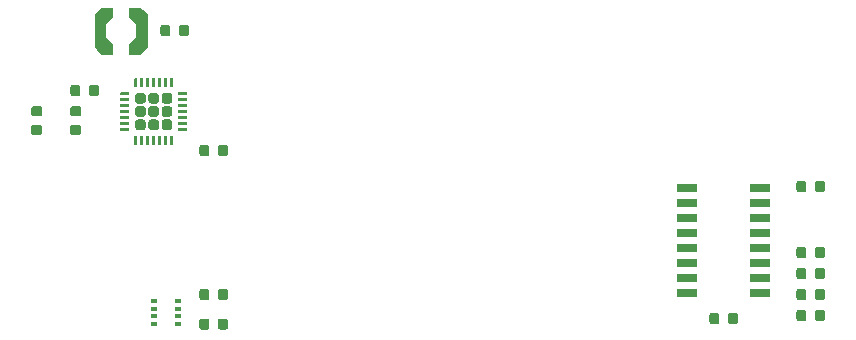
<source format=gtp>
%TF.GenerationSoftware,KiCad,Pcbnew,5.1.6-1.fc32*%
%TF.CreationDate,2020-09-04T20:16:30+02:00*%
%TF.ProjectId,mini-beieli-pcb-cubecell,6d696e69-2d62-4656-9965-6c692d706362,rev?*%
%TF.SameCoordinates,Original*%
%TF.FileFunction,Paste,Top*%
%TF.FilePolarity,Positive*%
%FSLAX46Y46*%
G04 Gerber Fmt 4.6, Leading zero omitted, Abs format (unit mm)*
G04 Created by KiCad (PCBNEW 5.1.6-1.fc32) date 2020-09-04 20:16:30*
%MOMM*%
%LPD*%
G01*
G04 APERTURE LIST*
%ADD10C,0.000100*%
%ADD11R,0.500000X0.350000*%
%ADD12R,1.800000X0.640000*%
G04 APERTURE END LIST*
D10*
%TO.C,L1*%
G36*
X79842000Y-40765000D02*
G01*
X80392000Y-41315000D01*
X81292000Y-41315000D01*
X81292000Y-40525000D01*
X80712000Y-39945000D01*
X80712000Y-38780000D01*
X81292000Y-38200000D01*
X81292000Y-37425000D01*
X80392000Y-37425000D01*
X79842000Y-37975000D01*
X79842000Y-40765000D01*
G37*
X79842000Y-40765000D02*
X80392000Y-41315000D01*
X81292000Y-41315000D01*
X81292000Y-40525000D01*
X80712000Y-39945000D01*
X80712000Y-38780000D01*
X81292000Y-38200000D01*
X81292000Y-37425000D01*
X80392000Y-37425000D01*
X79842000Y-37975000D01*
X79842000Y-40765000D01*
G36*
X84242000Y-40765000D02*
G01*
X83692000Y-41315000D01*
X82792000Y-41315000D01*
X82792000Y-40525000D01*
X83372000Y-39945000D01*
X83372000Y-38780000D01*
X82792000Y-38200000D01*
X82792000Y-37425000D01*
X83692000Y-37425000D01*
X84242000Y-37975000D01*
X84242000Y-40765000D01*
G37*
X84242000Y-40765000D02*
X83692000Y-41315000D01*
X82792000Y-41315000D01*
X82792000Y-40525000D01*
X83372000Y-39945000D01*
X83372000Y-38780000D01*
X82792000Y-38200000D01*
X82792000Y-37425000D01*
X83692000Y-37425000D01*
X84242000Y-37975000D01*
X84242000Y-40765000D01*
%TD*%
D11*
%TO.C,U1*%
X86877000Y-62271000D03*
X86877000Y-62921000D03*
X86877000Y-63571000D03*
X86877000Y-64221000D03*
X84827000Y-64221000D03*
X84827000Y-63571000D03*
X84827000Y-62921000D03*
X84827000Y-62271000D03*
%TD*%
%TO.C,R1*%
G36*
G01*
X90266000Y-64488250D02*
X90266000Y-63975750D01*
G75*
G02*
X90484750Y-63757000I218750J0D01*
G01*
X90922250Y-63757000D01*
G75*
G02*
X91141000Y-63975750I0J-218750D01*
G01*
X91141000Y-64488250D01*
G75*
G02*
X90922250Y-64707000I-218750J0D01*
G01*
X90484750Y-64707000D01*
G75*
G02*
X90266000Y-64488250I0J218750D01*
G01*
G37*
G36*
G01*
X88691000Y-64488250D02*
X88691000Y-63975750D01*
G75*
G02*
X88909750Y-63757000I218750J0D01*
G01*
X89347250Y-63757000D01*
G75*
G02*
X89566000Y-63975750I0J-218750D01*
G01*
X89566000Y-64488250D01*
G75*
G02*
X89347250Y-64707000I-218750J0D01*
G01*
X88909750Y-64707000D01*
G75*
G02*
X88691000Y-64488250I0J218750D01*
G01*
G37*
%TD*%
%TO.C,C1*%
G36*
G01*
X90266000Y-61978250D02*
X90266000Y-61465750D01*
G75*
G02*
X90484750Y-61247000I218750J0D01*
G01*
X90922250Y-61247000D01*
G75*
G02*
X91141000Y-61465750I0J-218750D01*
G01*
X91141000Y-61978250D01*
G75*
G02*
X90922250Y-62197000I-218750J0D01*
G01*
X90484750Y-62197000D01*
G75*
G02*
X90266000Y-61978250I0J218750D01*
G01*
G37*
G36*
G01*
X88691000Y-61978250D02*
X88691000Y-61465750D01*
G75*
G02*
X88909750Y-61247000I218750J0D01*
G01*
X89347250Y-61247000D01*
G75*
G02*
X89566000Y-61465750I0J-218750D01*
G01*
X89566000Y-61978250D01*
G75*
G02*
X89347250Y-62197000I-218750J0D01*
G01*
X88909750Y-62197000D01*
G75*
G02*
X88691000Y-61978250I0J218750D01*
G01*
G37*
%TD*%
%TO.C,L2*%
G36*
G01*
X78488250Y-46640000D02*
X77975750Y-46640000D01*
G75*
G02*
X77757000Y-46421250I0J218750D01*
G01*
X77757000Y-45983750D01*
G75*
G02*
X77975750Y-45765000I218750J0D01*
G01*
X78488250Y-45765000D01*
G75*
G02*
X78707000Y-45983750I0J-218750D01*
G01*
X78707000Y-46421250D01*
G75*
G02*
X78488250Y-46640000I-218750J0D01*
G01*
G37*
G36*
G01*
X78488250Y-48215000D02*
X77975750Y-48215000D01*
G75*
G02*
X77757000Y-47996250I0J218750D01*
G01*
X77757000Y-47558750D01*
G75*
G02*
X77975750Y-47340000I218750J0D01*
G01*
X78488250Y-47340000D01*
G75*
G02*
X78707000Y-47558750I0J-218750D01*
G01*
X78707000Y-47996250D01*
G75*
G02*
X78488250Y-48215000I-218750J0D01*
G01*
G37*
%TD*%
D12*
%TO.C,U2*%
X136201000Y-61595000D03*
X136201000Y-60325000D03*
X136201000Y-59055000D03*
X136201000Y-57785000D03*
X136201000Y-56515000D03*
X136201000Y-55245000D03*
X136201000Y-53975000D03*
X136201000Y-52705000D03*
X129991000Y-52705000D03*
X129991000Y-53975000D03*
X129991000Y-55245000D03*
X129991000Y-56515000D03*
X129991000Y-57785000D03*
X129991000Y-59055000D03*
X129991000Y-60325000D03*
X129991000Y-61595000D03*
%TD*%
%TO.C,R3*%
G36*
G01*
X140812000Y-58422250D02*
X140812000Y-57909750D01*
G75*
G02*
X141030750Y-57691000I218750J0D01*
G01*
X141468250Y-57691000D01*
G75*
G02*
X141687000Y-57909750I0J-218750D01*
G01*
X141687000Y-58422250D01*
G75*
G02*
X141468250Y-58641000I-218750J0D01*
G01*
X141030750Y-58641000D01*
G75*
G02*
X140812000Y-58422250I0J218750D01*
G01*
G37*
G36*
G01*
X139237000Y-58422250D02*
X139237000Y-57909750D01*
G75*
G02*
X139455750Y-57691000I218750J0D01*
G01*
X139893250Y-57691000D01*
G75*
G02*
X140112000Y-57909750I0J-218750D01*
G01*
X140112000Y-58422250D01*
G75*
G02*
X139893250Y-58641000I-218750J0D01*
G01*
X139455750Y-58641000D01*
G75*
G02*
X139237000Y-58422250I0J218750D01*
G01*
G37*
%TD*%
%TO.C,R2*%
G36*
G01*
X140812000Y-61978250D02*
X140812000Y-61465750D01*
G75*
G02*
X141030750Y-61247000I218750J0D01*
G01*
X141468250Y-61247000D01*
G75*
G02*
X141687000Y-61465750I0J-218750D01*
G01*
X141687000Y-61978250D01*
G75*
G02*
X141468250Y-62197000I-218750J0D01*
G01*
X141030750Y-62197000D01*
G75*
G02*
X140812000Y-61978250I0J218750D01*
G01*
G37*
G36*
G01*
X139237000Y-61978250D02*
X139237000Y-61465750D01*
G75*
G02*
X139455750Y-61247000I218750J0D01*
G01*
X139893250Y-61247000D01*
G75*
G02*
X140112000Y-61465750I0J-218750D01*
G01*
X140112000Y-61978250D01*
G75*
G02*
X139893250Y-62197000I-218750J0D01*
G01*
X139455750Y-62197000D01*
G75*
G02*
X139237000Y-61978250I0J218750D01*
G01*
G37*
%TD*%
%TO.C,IC1*%
G36*
G01*
X85506000Y-47573000D02*
X85506000Y-47123000D01*
G75*
G02*
X85731000Y-46898000I225000J0D01*
G01*
X86181000Y-46898000D01*
G75*
G02*
X86406000Y-47123000I0J-225000D01*
G01*
X86406000Y-47573000D01*
G75*
G02*
X86181000Y-47798000I-225000J0D01*
G01*
X85731000Y-47798000D01*
G75*
G02*
X85506000Y-47573000I0J225000D01*
G01*
G37*
G36*
G01*
X85506000Y-46453000D02*
X85506000Y-46003000D01*
G75*
G02*
X85731000Y-45778000I225000J0D01*
G01*
X86181000Y-45778000D01*
G75*
G02*
X86406000Y-46003000I0J-225000D01*
G01*
X86406000Y-46453000D01*
G75*
G02*
X86181000Y-46678000I-225000J0D01*
G01*
X85731000Y-46678000D01*
G75*
G02*
X85506000Y-46453000I0J225000D01*
G01*
G37*
G36*
G01*
X85506000Y-45333000D02*
X85506000Y-44883000D01*
G75*
G02*
X85731000Y-44658000I225000J0D01*
G01*
X86181000Y-44658000D01*
G75*
G02*
X86406000Y-44883000I0J-225000D01*
G01*
X86406000Y-45333000D01*
G75*
G02*
X86181000Y-45558000I-225000J0D01*
G01*
X85731000Y-45558000D01*
G75*
G02*
X85506000Y-45333000I0J225000D01*
G01*
G37*
G36*
G01*
X84386000Y-47573000D02*
X84386000Y-47123000D01*
G75*
G02*
X84611000Y-46898000I225000J0D01*
G01*
X85061000Y-46898000D01*
G75*
G02*
X85286000Y-47123000I0J-225000D01*
G01*
X85286000Y-47573000D01*
G75*
G02*
X85061000Y-47798000I-225000J0D01*
G01*
X84611000Y-47798000D01*
G75*
G02*
X84386000Y-47573000I0J225000D01*
G01*
G37*
G36*
G01*
X84386000Y-46453000D02*
X84386000Y-46003000D01*
G75*
G02*
X84611000Y-45778000I225000J0D01*
G01*
X85061000Y-45778000D01*
G75*
G02*
X85286000Y-46003000I0J-225000D01*
G01*
X85286000Y-46453000D01*
G75*
G02*
X85061000Y-46678000I-225000J0D01*
G01*
X84611000Y-46678000D01*
G75*
G02*
X84386000Y-46453000I0J225000D01*
G01*
G37*
G36*
G01*
X84386000Y-45333000D02*
X84386000Y-44883000D01*
G75*
G02*
X84611000Y-44658000I225000J0D01*
G01*
X85061000Y-44658000D01*
G75*
G02*
X85286000Y-44883000I0J-225000D01*
G01*
X85286000Y-45333000D01*
G75*
G02*
X85061000Y-45558000I-225000J0D01*
G01*
X84611000Y-45558000D01*
G75*
G02*
X84386000Y-45333000I0J225000D01*
G01*
G37*
G36*
G01*
X83266000Y-47573000D02*
X83266000Y-47123000D01*
G75*
G02*
X83491000Y-46898000I225000J0D01*
G01*
X83941000Y-46898000D01*
G75*
G02*
X84166000Y-47123000I0J-225000D01*
G01*
X84166000Y-47573000D01*
G75*
G02*
X83941000Y-47798000I-225000J0D01*
G01*
X83491000Y-47798000D01*
G75*
G02*
X83266000Y-47573000I0J225000D01*
G01*
G37*
G36*
G01*
X83266000Y-46453000D02*
X83266000Y-46003000D01*
G75*
G02*
X83491000Y-45778000I225000J0D01*
G01*
X83941000Y-45778000D01*
G75*
G02*
X84166000Y-46003000I0J-225000D01*
G01*
X84166000Y-46453000D01*
G75*
G02*
X83941000Y-46678000I-225000J0D01*
G01*
X83491000Y-46678000D01*
G75*
G02*
X83266000Y-46453000I0J225000D01*
G01*
G37*
G36*
G01*
X83266000Y-45333000D02*
X83266000Y-44883000D01*
G75*
G02*
X83491000Y-44658000I225000J0D01*
G01*
X83941000Y-44658000D01*
G75*
G02*
X84166000Y-44883000I0J-225000D01*
G01*
X84166000Y-45333000D01*
G75*
G02*
X83941000Y-45558000I-225000J0D01*
G01*
X83491000Y-45558000D01*
G75*
G02*
X83266000Y-45333000I0J225000D01*
G01*
G37*
G36*
G01*
X83211000Y-44115500D02*
X83211000Y-43440500D01*
G75*
G02*
X83273500Y-43378000I62500J0D01*
G01*
X83398500Y-43378000D01*
G75*
G02*
X83461000Y-43440500I0J-62500D01*
G01*
X83461000Y-44115500D01*
G75*
G02*
X83398500Y-44178000I-62500J0D01*
G01*
X83273500Y-44178000D01*
G75*
G02*
X83211000Y-44115500I0J62500D01*
G01*
G37*
G36*
G01*
X83711000Y-44115500D02*
X83711000Y-43440500D01*
G75*
G02*
X83773500Y-43378000I62500J0D01*
G01*
X83898500Y-43378000D01*
G75*
G02*
X83961000Y-43440500I0J-62500D01*
G01*
X83961000Y-44115500D01*
G75*
G02*
X83898500Y-44178000I-62500J0D01*
G01*
X83773500Y-44178000D01*
G75*
G02*
X83711000Y-44115500I0J62500D01*
G01*
G37*
G36*
G01*
X84211000Y-44115500D02*
X84211000Y-43440500D01*
G75*
G02*
X84273500Y-43378000I62500J0D01*
G01*
X84398500Y-43378000D01*
G75*
G02*
X84461000Y-43440500I0J-62500D01*
G01*
X84461000Y-44115500D01*
G75*
G02*
X84398500Y-44178000I-62500J0D01*
G01*
X84273500Y-44178000D01*
G75*
G02*
X84211000Y-44115500I0J62500D01*
G01*
G37*
G36*
G01*
X84711000Y-44115500D02*
X84711000Y-43440500D01*
G75*
G02*
X84773500Y-43378000I62500J0D01*
G01*
X84898500Y-43378000D01*
G75*
G02*
X84961000Y-43440500I0J-62500D01*
G01*
X84961000Y-44115500D01*
G75*
G02*
X84898500Y-44178000I-62500J0D01*
G01*
X84773500Y-44178000D01*
G75*
G02*
X84711000Y-44115500I0J62500D01*
G01*
G37*
G36*
G01*
X85211000Y-44115500D02*
X85211000Y-43440500D01*
G75*
G02*
X85273500Y-43378000I62500J0D01*
G01*
X85398500Y-43378000D01*
G75*
G02*
X85461000Y-43440500I0J-62500D01*
G01*
X85461000Y-44115500D01*
G75*
G02*
X85398500Y-44178000I-62500J0D01*
G01*
X85273500Y-44178000D01*
G75*
G02*
X85211000Y-44115500I0J62500D01*
G01*
G37*
G36*
G01*
X85711000Y-44115500D02*
X85711000Y-43440500D01*
G75*
G02*
X85773500Y-43378000I62500J0D01*
G01*
X85898500Y-43378000D01*
G75*
G02*
X85961000Y-43440500I0J-62500D01*
G01*
X85961000Y-44115500D01*
G75*
G02*
X85898500Y-44178000I-62500J0D01*
G01*
X85773500Y-44178000D01*
G75*
G02*
X85711000Y-44115500I0J62500D01*
G01*
G37*
G36*
G01*
X86211000Y-44115500D02*
X86211000Y-43440500D01*
G75*
G02*
X86273500Y-43378000I62500J0D01*
G01*
X86398500Y-43378000D01*
G75*
G02*
X86461000Y-43440500I0J-62500D01*
G01*
X86461000Y-44115500D01*
G75*
G02*
X86398500Y-44178000I-62500J0D01*
G01*
X86273500Y-44178000D01*
G75*
G02*
X86211000Y-44115500I0J62500D01*
G01*
G37*
G36*
G01*
X86886000Y-44790500D02*
X86886000Y-44665500D01*
G75*
G02*
X86948500Y-44603000I62500J0D01*
G01*
X87623500Y-44603000D01*
G75*
G02*
X87686000Y-44665500I0J-62500D01*
G01*
X87686000Y-44790500D01*
G75*
G02*
X87623500Y-44853000I-62500J0D01*
G01*
X86948500Y-44853000D01*
G75*
G02*
X86886000Y-44790500I0J62500D01*
G01*
G37*
G36*
G01*
X86886000Y-45290500D02*
X86886000Y-45165500D01*
G75*
G02*
X86948500Y-45103000I62500J0D01*
G01*
X87623500Y-45103000D01*
G75*
G02*
X87686000Y-45165500I0J-62500D01*
G01*
X87686000Y-45290500D01*
G75*
G02*
X87623500Y-45353000I-62500J0D01*
G01*
X86948500Y-45353000D01*
G75*
G02*
X86886000Y-45290500I0J62500D01*
G01*
G37*
G36*
G01*
X86886000Y-45790500D02*
X86886000Y-45665500D01*
G75*
G02*
X86948500Y-45603000I62500J0D01*
G01*
X87623500Y-45603000D01*
G75*
G02*
X87686000Y-45665500I0J-62500D01*
G01*
X87686000Y-45790500D01*
G75*
G02*
X87623500Y-45853000I-62500J0D01*
G01*
X86948500Y-45853000D01*
G75*
G02*
X86886000Y-45790500I0J62500D01*
G01*
G37*
G36*
G01*
X86886000Y-46290500D02*
X86886000Y-46165500D01*
G75*
G02*
X86948500Y-46103000I62500J0D01*
G01*
X87623500Y-46103000D01*
G75*
G02*
X87686000Y-46165500I0J-62500D01*
G01*
X87686000Y-46290500D01*
G75*
G02*
X87623500Y-46353000I-62500J0D01*
G01*
X86948500Y-46353000D01*
G75*
G02*
X86886000Y-46290500I0J62500D01*
G01*
G37*
G36*
G01*
X86886000Y-46790500D02*
X86886000Y-46665500D01*
G75*
G02*
X86948500Y-46603000I62500J0D01*
G01*
X87623500Y-46603000D01*
G75*
G02*
X87686000Y-46665500I0J-62500D01*
G01*
X87686000Y-46790500D01*
G75*
G02*
X87623500Y-46853000I-62500J0D01*
G01*
X86948500Y-46853000D01*
G75*
G02*
X86886000Y-46790500I0J62500D01*
G01*
G37*
G36*
G01*
X86886000Y-47290500D02*
X86886000Y-47165500D01*
G75*
G02*
X86948500Y-47103000I62500J0D01*
G01*
X87623500Y-47103000D01*
G75*
G02*
X87686000Y-47165500I0J-62500D01*
G01*
X87686000Y-47290500D01*
G75*
G02*
X87623500Y-47353000I-62500J0D01*
G01*
X86948500Y-47353000D01*
G75*
G02*
X86886000Y-47290500I0J62500D01*
G01*
G37*
G36*
G01*
X86886000Y-47790500D02*
X86886000Y-47665500D01*
G75*
G02*
X86948500Y-47603000I62500J0D01*
G01*
X87623500Y-47603000D01*
G75*
G02*
X87686000Y-47665500I0J-62500D01*
G01*
X87686000Y-47790500D01*
G75*
G02*
X87623500Y-47853000I-62500J0D01*
G01*
X86948500Y-47853000D01*
G75*
G02*
X86886000Y-47790500I0J62500D01*
G01*
G37*
G36*
G01*
X86211000Y-49015500D02*
X86211000Y-48340500D01*
G75*
G02*
X86273500Y-48278000I62500J0D01*
G01*
X86398500Y-48278000D01*
G75*
G02*
X86461000Y-48340500I0J-62500D01*
G01*
X86461000Y-49015500D01*
G75*
G02*
X86398500Y-49078000I-62500J0D01*
G01*
X86273500Y-49078000D01*
G75*
G02*
X86211000Y-49015500I0J62500D01*
G01*
G37*
G36*
G01*
X85711000Y-49015500D02*
X85711000Y-48340500D01*
G75*
G02*
X85773500Y-48278000I62500J0D01*
G01*
X85898500Y-48278000D01*
G75*
G02*
X85961000Y-48340500I0J-62500D01*
G01*
X85961000Y-49015500D01*
G75*
G02*
X85898500Y-49078000I-62500J0D01*
G01*
X85773500Y-49078000D01*
G75*
G02*
X85711000Y-49015500I0J62500D01*
G01*
G37*
G36*
G01*
X85211000Y-49015500D02*
X85211000Y-48340500D01*
G75*
G02*
X85273500Y-48278000I62500J0D01*
G01*
X85398500Y-48278000D01*
G75*
G02*
X85461000Y-48340500I0J-62500D01*
G01*
X85461000Y-49015500D01*
G75*
G02*
X85398500Y-49078000I-62500J0D01*
G01*
X85273500Y-49078000D01*
G75*
G02*
X85211000Y-49015500I0J62500D01*
G01*
G37*
G36*
G01*
X84711000Y-49015500D02*
X84711000Y-48340500D01*
G75*
G02*
X84773500Y-48278000I62500J0D01*
G01*
X84898500Y-48278000D01*
G75*
G02*
X84961000Y-48340500I0J-62500D01*
G01*
X84961000Y-49015500D01*
G75*
G02*
X84898500Y-49078000I-62500J0D01*
G01*
X84773500Y-49078000D01*
G75*
G02*
X84711000Y-49015500I0J62500D01*
G01*
G37*
G36*
G01*
X84211000Y-49015500D02*
X84211000Y-48340500D01*
G75*
G02*
X84273500Y-48278000I62500J0D01*
G01*
X84398500Y-48278000D01*
G75*
G02*
X84461000Y-48340500I0J-62500D01*
G01*
X84461000Y-49015500D01*
G75*
G02*
X84398500Y-49078000I-62500J0D01*
G01*
X84273500Y-49078000D01*
G75*
G02*
X84211000Y-49015500I0J62500D01*
G01*
G37*
G36*
G01*
X83711000Y-49015500D02*
X83711000Y-48340500D01*
G75*
G02*
X83773500Y-48278000I62500J0D01*
G01*
X83898500Y-48278000D01*
G75*
G02*
X83961000Y-48340500I0J-62500D01*
G01*
X83961000Y-49015500D01*
G75*
G02*
X83898500Y-49078000I-62500J0D01*
G01*
X83773500Y-49078000D01*
G75*
G02*
X83711000Y-49015500I0J62500D01*
G01*
G37*
G36*
G01*
X83211000Y-49015500D02*
X83211000Y-48340500D01*
G75*
G02*
X83273500Y-48278000I62500J0D01*
G01*
X83398500Y-48278000D01*
G75*
G02*
X83461000Y-48340500I0J-62500D01*
G01*
X83461000Y-49015500D01*
G75*
G02*
X83398500Y-49078000I-62500J0D01*
G01*
X83273500Y-49078000D01*
G75*
G02*
X83211000Y-49015500I0J62500D01*
G01*
G37*
G36*
G01*
X81986000Y-47790500D02*
X81986000Y-47665500D01*
G75*
G02*
X82048500Y-47603000I62500J0D01*
G01*
X82723500Y-47603000D01*
G75*
G02*
X82786000Y-47665500I0J-62500D01*
G01*
X82786000Y-47790500D01*
G75*
G02*
X82723500Y-47853000I-62500J0D01*
G01*
X82048500Y-47853000D01*
G75*
G02*
X81986000Y-47790500I0J62500D01*
G01*
G37*
G36*
G01*
X81986000Y-47290500D02*
X81986000Y-47165500D01*
G75*
G02*
X82048500Y-47103000I62500J0D01*
G01*
X82723500Y-47103000D01*
G75*
G02*
X82786000Y-47165500I0J-62500D01*
G01*
X82786000Y-47290500D01*
G75*
G02*
X82723500Y-47353000I-62500J0D01*
G01*
X82048500Y-47353000D01*
G75*
G02*
X81986000Y-47290500I0J62500D01*
G01*
G37*
G36*
G01*
X81986000Y-46790500D02*
X81986000Y-46665500D01*
G75*
G02*
X82048500Y-46603000I62500J0D01*
G01*
X82723500Y-46603000D01*
G75*
G02*
X82786000Y-46665500I0J-62500D01*
G01*
X82786000Y-46790500D01*
G75*
G02*
X82723500Y-46853000I-62500J0D01*
G01*
X82048500Y-46853000D01*
G75*
G02*
X81986000Y-46790500I0J62500D01*
G01*
G37*
G36*
G01*
X81986000Y-46290500D02*
X81986000Y-46165500D01*
G75*
G02*
X82048500Y-46103000I62500J0D01*
G01*
X82723500Y-46103000D01*
G75*
G02*
X82786000Y-46165500I0J-62500D01*
G01*
X82786000Y-46290500D01*
G75*
G02*
X82723500Y-46353000I-62500J0D01*
G01*
X82048500Y-46353000D01*
G75*
G02*
X81986000Y-46290500I0J62500D01*
G01*
G37*
G36*
G01*
X81986000Y-45790500D02*
X81986000Y-45665500D01*
G75*
G02*
X82048500Y-45603000I62500J0D01*
G01*
X82723500Y-45603000D01*
G75*
G02*
X82786000Y-45665500I0J-62500D01*
G01*
X82786000Y-45790500D01*
G75*
G02*
X82723500Y-45853000I-62500J0D01*
G01*
X82048500Y-45853000D01*
G75*
G02*
X81986000Y-45790500I0J62500D01*
G01*
G37*
G36*
G01*
X81986000Y-45290500D02*
X81986000Y-45165500D01*
G75*
G02*
X82048500Y-45103000I62500J0D01*
G01*
X82723500Y-45103000D01*
G75*
G02*
X82786000Y-45165500I0J-62500D01*
G01*
X82786000Y-45290500D01*
G75*
G02*
X82723500Y-45353000I-62500J0D01*
G01*
X82048500Y-45353000D01*
G75*
G02*
X81986000Y-45290500I0J62500D01*
G01*
G37*
G36*
G01*
X81986000Y-44790500D02*
X81986000Y-44665500D01*
G75*
G02*
X82048500Y-44603000I62500J0D01*
G01*
X82723500Y-44603000D01*
G75*
G02*
X82786000Y-44665500I0J-62500D01*
G01*
X82786000Y-44790500D01*
G75*
G02*
X82723500Y-44853000I-62500J0D01*
G01*
X82048500Y-44853000D01*
G75*
G02*
X81986000Y-44790500I0J62500D01*
G01*
G37*
%TD*%
%TO.C,C13*%
G36*
G01*
X140812000Y-52834250D02*
X140812000Y-52321750D01*
G75*
G02*
X141030750Y-52103000I218750J0D01*
G01*
X141468250Y-52103000D01*
G75*
G02*
X141687000Y-52321750I0J-218750D01*
G01*
X141687000Y-52834250D01*
G75*
G02*
X141468250Y-53053000I-218750J0D01*
G01*
X141030750Y-53053000D01*
G75*
G02*
X140812000Y-52834250I0J218750D01*
G01*
G37*
G36*
G01*
X139237000Y-52834250D02*
X139237000Y-52321750D01*
G75*
G02*
X139455750Y-52103000I218750J0D01*
G01*
X139893250Y-52103000D01*
G75*
G02*
X140112000Y-52321750I0J-218750D01*
G01*
X140112000Y-52834250D01*
G75*
G02*
X139893250Y-53053000I-218750J0D01*
G01*
X139455750Y-53053000D01*
G75*
G02*
X139237000Y-52834250I0J218750D01*
G01*
G37*
%TD*%
%TO.C,C12*%
G36*
G01*
X140812000Y-60200250D02*
X140812000Y-59687750D01*
G75*
G02*
X141030750Y-59469000I218750J0D01*
G01*
X141468250Y-59469000D01*
G75*
G02*
X141687000Y-59687750I0J-218750D01*
G01*
X141687000Y-60200250D01*
G75*
G02*
X141468250Y-60419000I-218750J0D01*
G01*
X141030750Y-60419000D01*
G75*
G02*
X140812000Y-60200250I0J218750D01*
G01*
G37*
G36*
G01*
X139237000Y-60200250D02*
X139237000Y-59687750D01*
G75*
G02*
X139455750Y-59469000I218750J0D01*
G01*
X139893250Y-59469000D01*
G75*
G02*
X140112000Y-59687750I0J-218750D01*
G01*
X140112000Y-60200250D01*
G75*
G02*
X139893250Y-60419000I-218750J0D01*
G01*
X139455750Y-60419000D01*
G75*
G02*
X139237000Y-60200250I0J218750D01*
G01*
G37*
%TD*%
%TO.C,C11*%
G36*
G01*
X133446000Y-64010250D02*
X133446000Y-63497750D01*
G75*
G02*
X133664750Y-63279000I218750J0D01*
G01*
X134102250Y-63279000D01*
G75*
G02*
X134321000Y-63497750I0J-218750D01*
G01*
X134321000Y-64010250D01*
G75*
G02*
X134102250Y-64229000I-218750J0D01*
G01*
X133664750Y-64229000D01*
G75*
G02*
X133446000Y-64010250I0J218750D01*
G01*
G37*
G36*
G01*
X131871000Y-64010250D02*
X131871000Y-63497750D01*
G75*
G02*
X132089750Y-63279000I218750J0D01*
G01*
X132527250Y-63279000D01*
G75*
G02*
X132746000Y-63497750I0J-218750D01*
G01*
X132746000Y-64010250D01*
G75*
G02*
X132527250Y-64229000I-218750J0D01*
G01*
X132089750Y-64229000D01*
G75*
G02*
X131871000Y-64010250I0J218750D01*
G01*
G37*
%TD*%
%TO.C,C10*%
G36*
G01*
X140812000Y-63756250D02*
X140812000Y-63243750D01*
G75*
G02*
X141030750Y-63025000I218750J0D01*
G01*
X141468250Y-63025000D01*
G75*
G02*
X141687000Y-63243750I0J-218750D01*
G01*
X141687000Y-63756250D01*
G75*
G02*
X141468250Y-63975000I-218750J0D01*
G01*
X141030750Y-63975000D01*
G75*
G02*
X140812000Y-63756250I0J218750D01*
G01*
G37*
G36*
G01*
X139237000Y-63756250D02*
X139237000Y-63243750D01*
G75*
G02*
X139455750Y-63025000I218750J0D01*
G01*
X139893250Y-63025000D01*
G75*
G02*
X140112000Y-63243750I0J-218750D01*
G01*
X140112000Y-63756250D01*
G75*
G02*
X139893250Y-63975000I-218750J0D01*
G01*
X139455750Y-63975000D01*
G75*
G02*
X139237000Y-63756250I0J218750D01*
G01*
G37*
%TD*%
%TO.C,C5*%
G36*
G01*
X90266000Y-49786250D02*
X90266000Y-49273750D01*
G75*
G02*
X90484750Y-49055000I218750J0D01*
G01*
X90922250Y-49055000D01*
G75*
G02*
X91141000Y-49273750I0J-218750D01*
G01*
X91141000Y-49786250D01*
G75*
G02*
X90922250Y-50005000I-218750J0D01*
G01*
X90484750Y-50005000D01*
G75*
G02*
X90266000Y-49786250I0J218750D01*
G01*
G37*
G36*
G01*
X88691000Y-49786250D02*
X88691000Y-49273750D01*
G75*
G02*
X88909750Y-49055000I218750J0D01*
G01*
X89347250Y-49055000D01*
G75*
G02*
X89566000Y-49273750I0J-218750D01*
G01*
X89566000Y-49786250D01*
G75*
G02*
X89347250Y-50005000I-218750J0D01*
G01*
X88909750Y-50005000D01*
G75*
G02*
X88691000Y-49786250I0J218750D01*
G01*
G37*
%TD*%
%TO.C,C4*%
G36*
G01*
X75186250Y-46640000D02*
X74673750Y-46640000D01*
G75*
G02*
X74455000Y-46421250I0J218750D01*
G01*
X74455000Y-45983750D01*
G75*
G02*
X74673750Y-45765000I218750J0D01*
G01*
X75186250Y-45765000D01*
G75*
G02*
X75405000Y-45983750I0J-218750D01*
G01*
X75405000Y-46421250D01*
G75*
G02*
X75186250Y-46640000I-218750J0D01*
G01*
G37*
G36*
G01*
X75186250Y-48215000D02*
X74673750Y-48215000D01*
G75*
G02*
X74455000Y-47996250I0J218750D01*
G01*
X74455000Y-47558750D01*
G75*
G02*
X74673750Y-47340000I218750J0D01*
G01*
X75186250Y-47340000D01*
G75*
G02*
X75405000Y-47558750I0J-218750D01*
G01*
X75405000Y-47996250D01*
G75*
G02*
X75186250Y-48215000I-218750J0D01*
G01*
G37*
%TD*%
%TO.C,C3*%
G36*
G01*
X78644000Y-44193750D02*
X78644000Y-44706250D01*
G75*
G02*
X78425250Y-44925000I-218750J0D01*
G01*
X77987750Y-44925000D01*
G75*
G02*
X77769000Y-44706250I0J218750D01*
G01*
X77769000Y-44193750D01*
G75*
G02*
X77987750Y-43975000I218750J0D01*
G01*
X78425250Y-43975000D01*
G75*
G02*
X78644000Y-44193750I0J-218750D01*
G01*
G37*
G36*
G01*
X80219000Y-44193750D02*
X80219000Y-44706250D01*
G75*
G02*
X80000250Y-44925000I-218750J0D01*
G01*
X79562750Y-44925000D01*
G75*
G02*
X79344000Y-44706250I0J218750D01*
G01*
X79344000Y-44193750D01*
G75*
G02*
X79562750Y-43975000I218750J0D01*
G01*
X80000250Y-43975000D01*
G75*
G02*
X80219000Y-44193750I0J-218750D01*
G01*
G37*
%TD*%
%TO.C,C2*%
G36*
G01*
X86964000Y-39626250D02*
X86964000Y-39113750D01*
G75*
G02*
X87182750Y-38895000I218750J0D01*
G01*
X87620250Y-38895000D01*
G75*
G02*
X87839000Y-39113750I0J-218750D01*
G01*
X87839000Y-39626250D01*
G75*
G02*
X87620250Y-39845000I-218750J0D01*
G01*
X87182750Y-39845000D01*
G75*
G02*
X86964000Y-39626250I0J218750D01*
G01*
G37*
G36*
G01*
X85389000Y-39626250D02*
X85389000Y-39113750D01*
G75*
G02*
X85607750Y-38895000I218750J0D01*
G01*
X86045250Y-38895000D01*
G75*
G02*
X86264000Y-39113750I0J-218750D01*
G01*
X86264000Y-39626250D01*
G75*
G02*
X86045250Y-39845000I-218750J0D01*
G01*
X85607750Y-39845000D01*
G75*
G02*
X85389000Y-39626250I0J218750D01*
G01*
G37*
%TD*%
M02*

</source>
